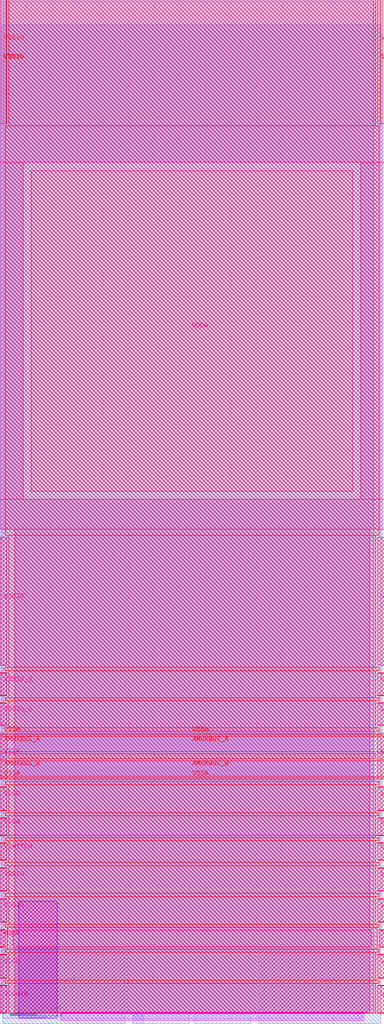
<source format=lef>
VERSION 5.7 ;
  NOWIREEXTENSIONATPIN ON ;
  DIVIDERCHAR "/" ;
  BUSBITCHARS "[]" ;
MACRO sky130_ef_io__vdda_hvc_clamped_pad
  CLASS PAD POWER ;
  FOREIGN sky130_ef_io__vdda_hvc_clamped_pad ;
  ORIGIN 0.000 0.000 ;
  SIZE 75.000 BY 197.965 ;
  PIN AMUXBUS_A
    DIRECTION INOUT ;
    USE SIGNAL ;
    PORT
      LAYER met4 ;
        RECT 0.000 51.090 75.000 54.070 ;
    END
    PORT
      LAYER met4 ;
        RECT 0.000 51.090 1.270 54.070 ;
    END
  END AMUXBUS_A
  PIN AMUXBUS_B
    DIRECTION INOUT ;
    USE SIGNAL ;
    PORT
      LAYER met4 ;
        RECT 0.000 46.330 75.000 49.310 ;
    END
    PORT
      LAYER met4 ;
        RECT 0.000 46.330 1.270 49.310 ;
    END
  END AMUXBUS_B
  PIN VSSA
    DIRECTION INOUT ;
    USE GROUND ;
    PORT
      LAYER met5 ;
        RECT 73.730 45.700 75.000 54.700 ;
    END
    PORT
      LAYER met5 ;
        RECT 73.730 34.805 75.000 38.050 ;
    END
    PORT
      LAYER met5 ;
        RECT 0.000 45.700 1.270 54.700 ;
    END
    PORT
      LAYER met5 ;
        RECT 0.000 34.805 1.270 38.050 ;
    END
    PORT
      LAYER met4 ;
        RECT 73.730 49.610 75.000 50.790 ;
    END
    PORT
      LAYER met4 ;
        RECT 0.000 54.370 75.000 54.700 ;
    END
    PORT
      LAYER met4 ;
        RECT 0.000 45.700 75.000 46.030 ;
    END
    PORT
      LAYER met4 ;
        RECT 73.730 34.700 75.000 38.150 ;
    END
    PORT
      LAYER met4 ;
        RECT 0.000 45.700 1.270 46.030 ;
    END
    PORT
      LAYER met4 ;
        RECT 0.000 49.610 1.270 50.790 ;
    END
    PORT
      LAYER met4 ;
        RECT 0.000 54.370 1.270 54.700 ;
    END
    PORT
      LAYER met4 ;
        RECT 0.000 34.700 1.270 38.150 ;
    END
  END VSSA
  PIN VDDA
    DIRECTION INOUT ;
    USE POWER ;
    PORT
      LAYER met5 ;
        RECT 6.100 101.975 68.800 164.590 ;
    END
    PORT
      LAYER met3 ;
        RECT 50.390 -2.035 74.290 12.925 ;
    END
    PORT
      LAYER met3 ;
        RECT 0.495 -2.035 24.395 12.925 ;
    END
    PORT
      LAYER met5 ;
        RECT 74.035 13.000 75.000 16.250 ;
    END
    PORT
      LAYER met5 ;
        RECT 0.000 13.000 0.965 16.250 ;
    END
    PORT
      LAYER met4 ;
        RECT 74.035 12.900 75.000 16.350 ;
    END
    PORT
      LAYER met4 ;
        RECT 0.000 12.900 0.965 16.350 ;
    END
  END VDDA
  PIN VSWITCH
    DIRECTION INOUT ;
    USE POWER ;
    PORT
      LAYER met5 ;
        RECT 73.730 29.950 75.000 33.200 ;
    END
    PORT
      LAYER met5 ;
        RECT 0.000 29.950 1.270 33.200 ;
    END
    PORT
      LAYER met4 ;
        RECT 73.730 29.850 75.000 33.300 ;
    END
    PORT
      LAYER met4 ;
        RECT 0.000 29.850 1.270 33.300 ;
    END
  END VSWITCH
  PIN VDDIO_Q
    DIRECTION INOUT ;
    USE POWER ;
    PORT
      LAYER met5 ;
        RECT 73.730 62.150 75.000 66.400 ;
    END
    PORT
      LAYER met5 ;
        RECT 0.000 62.150 1.270 66.400 ;
    END
    PORT
      LAYER met4 ;
        RECT 73.730 62.050 75.000 66.500 ;
    END
    PORT
      LAYER met4 ;
        RECT 0.000 62.050 1.270 66.500 ;
    END
  END VDDIO_Q
  PIN VCCHIB
    DIRECTION INOUT ;
    USE POWER ;
    PORT
      LAYER met5 ;
        RECT 73.730 0.100 75.000 5.350 ;
    END
    PORT
      LAYER met5 ;
        RECT 0.000 0.100 1.270 5.350 ;
    END
    PORT
      LAYER met4 ;
        RECT 73.730 0.000 75.000 5.450 ;
    END
    PORT
      LAYER met4 ;
        RECT 0.000 0.000 1.270 5.450 ;
    END
  END VCCHIB
  PIN VDDIO
    DIRECTION INOUT ;
    USE POWER ;
    PORT
      LAYER met5 ;
        RECT 73.730 68.000 75.000 92.950 ;
    END
    PORT
      LAYER met5 ;
        RECT 73.730 17.850 75.000 22.300 ;
    END
    PORT
      LAYER met5 ;
        RECT 0.000 68.000 1.270 92.950 ;
    END
    PORT
      LAYER met5 ;
        RECT 0.000 17.850 1.270 22.300 ;
    END
    PORT
      LAYER met4 ;
        RECT 73.730 17.750 75.000 22.400 ;
    END
    PORT
      LAYER met4 ;
        RECT 73.730 68.000 75.000 92.965 ;
    END
    PORT
      LAYER met4 ;
        RECT 0.000 17.750 1.270 22.400 ;
    END
    PORT
      LAYER met4 ;
        RECT 0.000 68.000 1.270 92.965 ;
    END
  END VDDIO
  PIN VCCD
    DIRECTION INOUT ;
    USE POWER ;
    PORT
      LAYER met5 ;
        RECT 73.730 6.950 75.000 11.400 ;
    END
    PORT
      LAYER met5 ;
        RECT 0.000 6.950 1.270 11.400 ;
    END
    PORT
      LAYER met4 ;
        RECT 73.730 6.850 75.000 11.500 ;
    END
    PORT
      LAYER met4 ;
        RECT 0.000 6.850 1.270 11.500 ;
    END
  END VCCD
  PIN VSSIO
    DIRECTION INOUT ;
    USE GROUND ;
    PORT
      LAYER met4 ;
        RECT 74.225 173.750 75.000 197.965 ;
    END
    PORT
      LAYER met4 ;
        RECT 0.000 173.750 1.205 197.965 ;
    END
    PORT
      LAYER met4 ;
        RECT 0.630 189.565 0.640 189.575 ;
    END
    PORT
      LAYER met4 ;
        RECT 74.360 189.565 74.370 189.575 ;
    END
    PORT
      LAYER met5 ;
        RECT 73.730 23.900 75.000 28.350 ;
    END
    PORT
      LAYER met5 ;
        RECT 0.000 23.900 1.270 28.350 ;
    END
    PORT
      LAYER met4 ;
        RECT 73.730 23.800 75.000 28.450 ;
    END
    PORT
      LAYER met4 ;
        RECT 73.730 173.750 75.000 197.965 ;
    END
    PORT
      LAYER met4 ;
        RECT 0.000 173.750 1.270 197.965 ;
    END
    PORT
      LAYER met4 ;
        RECT 0.000 23.800 1.270 28.450 ;
    END
  END VSSIO
  PIN VSSD
    DIRECTION INOUT ;
    USE GROUND ;
    PORT
      LAYER met5 ;
        RECT 73.730 39.650 75.000 44.100 ;
    END
    PORT
      LAYER met5 ;
        RECT 0.000 39.650 1.270 44.100 ;
    END
    PORT
      LAYER met4 ;
        RECT 73.730 39.550 75.000 44.200 ;
    END
    PORT
      LAYER met4 ;
        RECT 0.000 39.550 1.270 44.200 ;
    END
  END VSSD
  PIN VSSIO_Q
    DIRECTION INOUT ;
    USE GROUND ;
    PORT
      LAYER met5 ;
        RECT 73.730 56.300 75.000 60.550 ;
    END
    PORT
      LAYER met5 ;
        RECT 0.000 56.300 1.270 60.550 ;
    END
    PORT
      LAYER met4 ;
        RECT 73.730 56.200 75.000 60.650 ;
    END
    PORT
      LAYER met4 ;
        RECT 0.000 56.200 1.270 60.650 ;
    END
  END VSSIO_Q
  OBS
      LAYER pwell ;
        RECT 3.625 -0.970 11.155 21.885 ;
      LAYER nwell ;
        RECT 11.860 -1.350 70.965 0.170 ;
      LAYER li1 ;
        RECT 0.610 0.000 72.855 197.660 ;
        RECT 0.610 -0.970 11.155 0.000 ;
        RECT 12.035 -0.115 13.045 0.000 ;
        RECT 69.730 -0.115 70.680 0.000 ;
        RECT 12.035 -1.065 70.680 -0.115 ;
      LAYER met1 ;
        RECT 0.185 0.000 72.915 197.690 ;
        RECT 3.625 -0.905 8.855 0.000 ;
        RECT 12.035 -0.115 13.350 0.000 ;
        POLYGON 13.350 0.000 13.465 -0.115 13.350 -0.115 ;
        POLYGON 69.540 0.000 69.540 -0.115 69.425 -0.115 ;
        RECT 69.540 -0.115 70.680 0.000 ;
        RECT 12.035 -1.065 70.680 -0.115 ;
      LAYER met2 ;
        RECT 0.265 0.000 74.290 193.040 ;
        RECT 0.495 -2.035 24.395 0.000 ;
        RECT 25.895 -2.035 27.895 -0.115 ;
        RECT 50.390 -2.035 74.290 0.000 ;
      LAYER met3 ;
        RECT 0.240 13.325 74.655 197.965 ;
        RECT 24.795 0.000 49.990 13.325 ;
        RECT 25.895 -2.035 36.895 0.000 ;
        RECT 37.890 -2.035 48.890 0.000 ;
      LAYER met4 ;
        RECT 1.670 173.350 73.330 197.965 ;
        RECT 0.965 93.365 74.035 173.350 ;
        RECT 1.670 67.600 73.330 93.365 ;
        RECT 0.965 66.900 74.035 67.600 ;
        RECT 1.670 61.650 73.330 66.900 ;
        RECT 0.965 61.050 74.035 61.650 ;
        RECT 1.670 55.800 73.330 61.050 ;
        RECT 0.965 55.100 74.035 55.800 ;
        RECT 1.670 49.710 73.330 50.690 ;
        RECT 0.965 44.600 74.035 45.300 ;
        RECT 1.670 39.150 73.330 44.600 ;
        RECT 0.965 38.550 74.035 39.150 ;
        RECT 1.670 34.300 73.330 38.550 ;
        RECT 0.965 33.700 74.035 34.300 ;
        RECT 1.670 29.450 73.330 33.700 ;
        RECT 0.965 28.850 74.035 29.450 ;
        RECT 1.670 23.400 73.330 28.850 ;
        RECT 0.965 22.800 74.035 23.400 ;
        RECT 1.670 17.350 73.330 22.800 ;
        RECT 0.965 16.750 74.035 17.350 ;
        RECT 1.365 12.500 73.635 16.750 ;
        RECT 0.965 11.900 74.035 12.500 ;
        RECT 1.670 6.450 73.330 11.900 ;
        RECT 0.965 5.850 74.035 6.450 ;
        RECT 1.670 0.000 73.330 5.850 ;
      LAYER met5 ;
        RECT 0.000 166.190 75.000 197.965 ;
        RECT 0.000 100.375 4.500 166.190 ;
        RECT 70.400 100.375 75.000 166.190 ;
        RECT 0.000 94.550 75.000 100.375 ;
        RECT 2.870 34.805 72.130 94.550 ;
        RECT 0.000 34.800 75.000 34.805 ;
        RECT 2.870 16.250 72.130 34.800 ;
        RECT 2.565 13.000 72.435 16.250 ;
        RECT 2.870 0.100 72.130 13.000 ;
  END
END sky130_ef_io__vdda_hvc_clamped_pad
END LIBRARY


</source>
